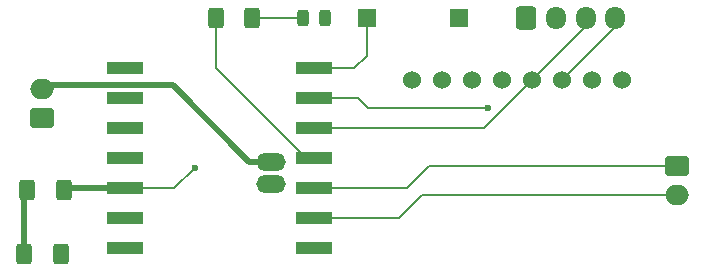
<source format=gbr>
%TF.GenerationSoftware,KiCad,Pcbnew,8.0.7*%
%TF.CreationDate,2025-04-29T17:51:55-05:00*%
%TF.ProjectId,PCB_Glasses,5043425f-476c-4617-9373-65732e6b6963,rev?*%
%TF.SameCoordinates,Original*%
%TF.FileFunction,Copper,L1,Top*%
%TF.FilePolarity,Positive*%
%FSLAX46Y46*%
G04 Gerber Fmt 4.6, Leading zero omitted, Abs format (unit mm)*
G04 Created by KiCad (PCBNEW 8.0.7) date 2025-04-29 17:51:55*
%MOMM*%
%LPD*%
G01*
G04 APERTURE LIST*
G04 Aperture macros list*
%AMRoundRect*
0 Rectangle with rounded corners*
0 $1 Rounding radius*
0 $2 $3 $4 $5 $6 $7 $8 $9 X,Y pos of 4 corners*
0 Add a 4 corners polygon primitive as box body*
4,1,4,$2,$3,$4,$5,$6,$7,$8,$9,$2,$3,0*
0 Add four circle primitives for the rounded corners*
1,1,$1+$1,$2,$3*
1,1,$1+$1,$4,$5*
1,1,$1+$1,$6,$7*
1,1,$1+$1,$8,$9*
0 Add four rect primitives between the rounded corners*
20,1,$1+$1,$2,$3,$4,$5,0*
20,1,$1+$1,$4,$5,$6,$7,0*
20,1,$1+$1,$6,$7,$8,$9,0*
20,1,$1+$1,$8,$9,$2,$3,0*%
G04 Aperture macros list end*
%TA.AperFunction,SMDPad,CuDef*%
%ADD10R,1.500000X1.500000*%
%TD*%
%TA.AperFunction,ComponentPad*%
%ADD11C,1.524000*%
%TD*%
%TA.AperFunction,SMDPad,CuDef*%
%ADD12R,3.150000X1.000000*%
%TD*%
%TA.AperFunction,ComponentPad*%
%ADD13O,2.500000X1.500000*%
%TD*%
%TA.AperFunction,SMDPad,CuDef*%
%ADD14RoundRect,0.243750X0.243750X0.456250X-0.243750X0.456250X-0.243750X-0.456250X0.243750X-0.456250X0*%
%TD*%
%TA.AperFunction,SMDPad,CuDef*%
%ADD15RoundRect,0.250000X-0.400000X-0.625000X0.400000X-0.625000X0.400000X0.625000X-0.400000X0.625000X0*%
%TD*%
%TA.AperFunction,ComponentPad*%
%ADD16RoundRect,0.250000X0.750000X-0.600000X0.750000X0.600000X-0.750000X0.600000X-0.750000X-0.600000X0*%
%TD*%
%TA.AperFunction,ComponentPad*%
%ADD17O,2.000000X1.700000*%
%TD*%
%TA.AperFunction,ComponentPad*%
%ADD18RoundRect,0.250000X-0.750000X0.600000X-0.750000X-0.600000X0.750000X-0.600000X0.750000X0.600000X0*%
%TD*%
%TA.AperFunction,ComponentPad*%
%ADD19RoundRect,0.250000X-0.600000X-0.725000X0.600000X-0.725000X0.600000X0.725000X-0.600000X0.725000X0*%
%TD*%
%TA.AperFunction,ComponentPad*%
%ADD20O,1.700000X1.950000*%
%TD*%
%TA.AperFunction,SMDPad,CuDef*%
%ADD21RoundRect,0.250000X0.400000X0.625000X-0.400000X0.625000X-0.400000X-0.625000X0.400000X-0.625000X0*%
%TD*%
%TA.AperFunction,ViaPad*%
%ADD22C,0.600000*%
%TD*%
%TA.AperFunction,Conductor*%
%ADD23C,0.200000*%
%TD*%
%TA.AperFunction,Conductor*%
%ADD24C,0.500000*%
%TD*%
G04 APERTURE END LIST*
D10*
%TO.P,SW1,1,1*%
%TO.N,GND*%
X58510000Y-29210000D03*
%TO.P,SW1,2,2*%
%TO.N,Net-(U1-D6)*%
X50710000Y-29210000D03*
%TD*%
D11*
%TO.P,U2,1,VCC*%
%TO.N,+3V8*%
X72330000Y-34500000D03*
%TO.P,U2,2,GND*%
%TO.N,GND*%
X69790000Y-34500000D03*
%TO.P,U2,3,SCL*%
%TO.N,/SCL*%
X67250000Y-34500000D03*
%TO.P,U2,4,SDA*%
%TO.N,/SDA*%
X64710000Y-34500000D03*
%TO.P,U2,5,XDA*%
%TO.N,unconnected-(U2-XDA-Pad5)*%
X62170000Y-34500000D03*
%TO.P,U2,6,XCL*%
%TO.N,unconnected-(U2-XCL-Pad6)*%
X59630000Y-34500000D03*
%TO.P,U2,7,ADD*%
%TO.N,GND*%
X57090000Y-34500000D03*
%TO.P,U2,8,INT*%
%TO.N,unconnected-(U2-INT-Pad8)*%
X54550000Y-34500000D03*
%TD*%
D12*
%TO.P,U1,1,D0*%
%TO.N,Net-(U1-D0)*%
X46275000Y-48740000D03*
%TO.P,U1,2,D1*%
%TO.N,/D1*%
X46275000Y-46200000D03*
%TO.P,U1,3,D2*%
%TO.N,/D2*%
X46275000Y-43660000D03*
%TO.P,U1,4,D3*%
%TO.N,Net-(U1-D3)*%
X46275000Y-41120000D03*
%TO.P,U1,5,D4*%
%TO.N,/SDA*%
X46275000Y-38580000D03*
%TO.P,U1,6,D5*%
%TO.N,/SCL*%
X46275000Y-36040000D03*
%TO.P,U1,7,D6*%
%TO.N,Net-(U1-D6)*%
X46275000Y-33500000D03*
%TO.P,U1,8,D7*%
%TO.N,unconnected-(U1-D7-Pad8)*%
X30250000Y-33500000D03*
%TO.P,U1,9,D8*%
%TO.N,unconnected-(U1-D8-Pad9)*%
X30250000Y-36040000D03*
%TO.P,U1,10,D9*%
%TO.N,unconnected-(U1-D9-Pad10)*%
X30250000Y-38580000D03*
%TO.P,U1,11,D10*%
%TO.N,unconnected-(U1-D10-Pad11)*%
X30250000Y-41120000D03*
%TO.P,U1,12,VCC_3V3*%
%TO.N,+3.3V*%
X30250000Y-43660000D03*
%TO.P,U1,13,GND*%
%TO.N,GND*%
X30250000Y-46200000D03*
%TO.P,U1,14,VUSB*%
%TO.N,unconnected-(U1-VUSB-Pad14)*%
X30250000Y-48740000D03*
D13*
%TO.P,U1,B+,Batt+*%
%TO.N,+3V8*%
X42615000Y-41420000D03*
%TO.P,U1,B-,Batt-*%
%TO.N,GND*%
X42604000Y-43320000D03*
%TD*%
D14*
%TO.P,D1,1,K*%
%TO.N,GND*%
X47187500Y-29250000D03*
%TO.P,D1,2,A*%
%TO.N,Net-(D1-A)*%
X45312500Y-29250000D03*
%TD*%
D15*
%TO.P,R2,1*%
%TO.N,Net-(U1-D0)*%
X21750000Y-49250000D03*
%TO.P,R2,2*%
%TO.N,GND*%
X24850000Y-49250000D03*
%TD*%
D16*
%TO.P,J1,1,Pin_1*%
%TO.N,GND*%
X23250000Y-37750000D03*
D17*
%TO.P,J1,2,Pin_2*%
%TO.N,+3V8*%
X23250000Y-35250000D03*
%TD*%
D18*
%TO.P,J4,1,Pin_1*%
%TO.N,/D2*%
X77000000Y-41750000D03*
D17*
%TO.P,J4,2,Pin_2*%
%TO.N,/D1*%
X77000000Y-44250000D03*
%TD*%
D19*
%TO.P,J2,1,Pin_1*%
%TO.N,+3.3V*%
X64250000Y-29250000D03*
D20*
%TO.P,J2,2,Pin_2*%
%TO.N,GND*%
X66750000Y-29250000D03*
%TO.P,J2,3,Pin_3*%
%TO.N,/SDA*%
X69250000Y-29250000D03*
%TO.P,J2,4,Pin_4*%
%TO.N,/SCL*%
X71750000Y-29250000D03*
%TD*%
D15*
%TO.P,R1,1*%
%TO.N,Net-(U1-D0)*%
X22000000Y-43815000D03*
%TO.P,R1,2*%
%TO.N,+3.3V*%
X25100000Y-43815000D03*
%TD*%
D21*
%TO.P,R3,1*%
%TO.N,Net-(D1-A)*%
X41050000Y-29250000D03*
%TO.P,R3,2*%
%TO.N,Net-(U1-D3)*%
X37950000Y-29250000D03*
%TD*%
D22*
%TO.N,+3.3V*%
X36195000Y-41910000D03*
%TO.N,/SCL*%
X60960000Y-36830000D03*
%TD*%
D23*
%TO.N,+3.3V*%
X34445000Y-43660000D02*
X36195000Y-41910000D01*
X30250000Y-43660000D02*
X34445000Y-43660000D01*
%TO.N,/D1*%
X53495000Y-46200000D02*
X46275000Y-46200000D01*
X55445000Y-44250000D02*
X53495000Y-46200000D01*
X77000000Y-44250000D02*
X55445000Y-44250000D01*
%TO.N,/D2*%
X54130000Y-43660000D02*
X46275000Y-43660000D01*
X77000000Y-41750000D02*
X56040000Y-41750000D01*
X56040000Y-41750000D02*
X54130000Y-43660000D01*
%TO.N,Net-(D1-A)*%
X41050000Y-29250000D02*
X45312500Y-29250000D01*
%TO.N,Net-(U1-D3)*%
X45565000Y-41120000D02*
X37950000Y-33505000D01*
X37950000Y-33505000D02*
X37950000Y-29250000D01*
X46275000Y-41120000D02*
X45565000Y-41120000D01*
D24*
%TO.N,Net-(U1-D0)*%
X21750000Y-44065000D02*
X22000000Y-43815000D01*
X21750000Y-49250000D02*
X21750000Y-44065000D01*
%TO.N,+3.3V*%
X30250000Y-43660000D02*
X25255000Y-43660000D01*
X25255000Y-43660000D02*
X25100000Y-43815000D01*
%TO.N,+3V8*%
X34290000Y-34925000D02*
X23575000Y-34925000D01*
X23575000Y-34925000D02*
X23250000Y-35250000D01*
X40785000Y-41420000D02*
X34290000Y-34925000D01*
X42615000Y-41420000D02*
X40785000Y-41420000D01*
D23*
%TO.N,Net-(U1-D6)*%
X49685000Y-33500000D02*
X46275000Y-33500000D01*
X50710000Y-32475000D02*
X49685000Y-33500000D01*
X50710000Y-29210000D02*
X50710000Y-32475000D01*
%TO.N,/SCL*%
X50010000Y-36040000D02*
X46275000Y-36040000D01*
X50800000Y-36830000D02*
X50010000Y-36040000D01*
X60960000Y-36830000D02*
X50800000Y-36830000D01*
X71750000Y-30000000D02*
X67250000Y-34500000D01*
X71750000Y-29250000D02*
X71750000Y-30000000D01*
%TO.N,/SDA*%
X69250000Y-29960000D02*
X64710000Y-34500000D01*
X69250000Y-29250000D02*
X69250000Y-29960000D01*
X60630000Y-38580000D02*
X46275000Y-38580000D01*
X64710000Y-34500000D02*
X60630000Y-38580000D01*
%TD*%
M02*

</source>
